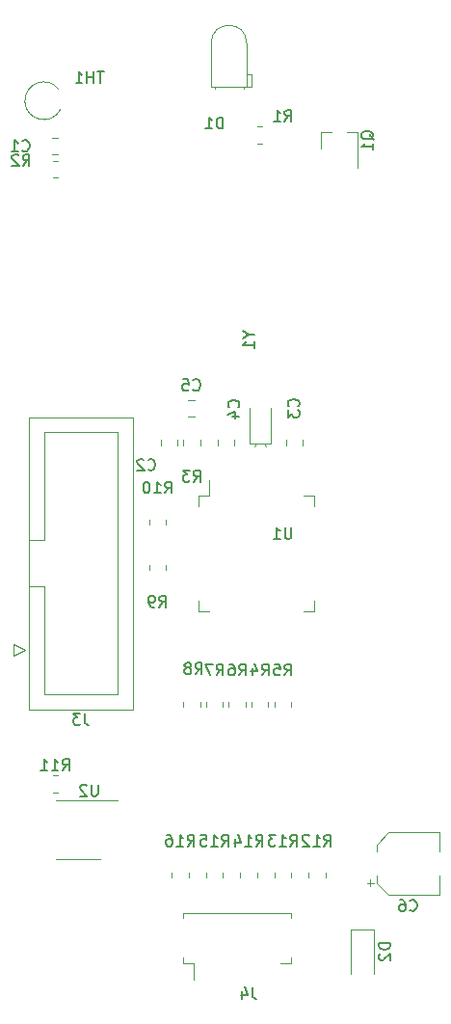
<source format=gbr>
%TF.GenerationSoftware,KiCad,Pcbnew,(6.0.2)*%
%TF.CreationDate,2022-06-02T11:54:08+02:00*%
%TF.ProjectId,Ctrl_AA,4374726c-5f41-4412-9e6b-696361645f70,rev?*%
%TF.SameCoordinates,Original*%
%TF.FileFunction,Legend,Bot*%
%TF.FilePolarity,Positive*%
%FSLAX46Y46*%
G04 Gerber Fmt 4.6, Leading zero omitted, Abs format (unit mm)*
G04 Created by KiCad (PCBNEW (6.0.2)) date 2022-06-02 11:54:08*
%MOMM*%
%LPD*%
G01*
G04 APERTURE LIST*
%ADD10C,0.150000*%
%ADD11C,0.120000*%
G04 APERTURE END LIST*
D10*
%TO.C,R16*%
X106642857Y-108452380D02*
X106976190Y-107976190D01*
X107214285Y-108452380D02*
X107214285Y-107452380D01*
X106833333Y-107452380D01*
X106738095Y-107500000D01*
X106690476Y-107547619D01*
X106642857Y-107642857D01*
X106642857Y-107785714D01*
X106690476Y-107880952D01*
X106738095Y-107928571D01*
X106833333Y-107976190D01*
X107214285Y-107976190D01*
X105690476Y-108452380D02*
X106261904Y-108452380D01*
X105976190Y-108452380D02*
X105976190Y-107452380D01*
X106071428Y-107595238D01*
X106166666Y-107690476D01*
X106261904Y-107738095D01*
X104833333Y-107452380D02*
X105023809Y-107452380D01*
X105119047Y-107500000D01*
X105166666Y-107547619D01*
X105261904Y-107690476D01*
X105309523Y-107880952D01*
X105309523Y-108261904D01*
X105261904Y-108357142D01*
X105214285Y-108404761D01*
X105119047Y-108452380D01*
X104928571Y-108452380D01*
X104833333Y-108404761D01*
X104785714Y-108357142D01*
X104738095Y-108261904D01*
X104738095Y-108023809D01*
X104785714Y-107928571D01*
X104833333Y-107880952D01*
X104928571Y-107833333D01*
X105119047Y-107833333D01*
X105214285Y-107880952D01*
X105261904Y-107928571D01*
X105309523Y-108023809D01*
%TO.C,C2*%
X103166666Y-75357142D02*
X103214285Y-75404761D01*
X103357142Y-75452380D01*
X103452380Y-75452380D01*
X103595238Y-75404761D01*
X103690476Y-75309523D01*
X103738095Y-75214285D01*
X103785714Y-75023809D01*
X103785714Y-74880952D01*
X103738095Y-74690476D01*
X103690476Y-74595238D01*
X103595238Y-74500000D01*
X103452380Y-74452380D01*
X103357142Y-74452380D01*
X103214285Y-74500000D01*
X103166666Y-74547619D01*
X102785714Y-74547619D02*
X102738095Y-74500000D01*
X102642857Y-74452380D01*
X102404761Y-74452380D01*
X102309523Y-74500000D01*
X102261904Y-74547619D01*
X102214285Y-74642857D01*
X102214285Y-74738095D01*
X102261904Y-74880952D01*
X102833333Y-75452380D01*
X102214285Y-75452380D01*
%TO.C,J3*%
X97603333Y-96792380D02*
X97603333Y-97506666D01*
X97650952Y-97649523D01*
X97746190Y-97744761D01*
X97889047Y-97792380D01*
X97984285Y-97792380D01*
X97222380Y-96792380D02*
X96603333Y-96792380D01*
X96936666Y-97173333D01*
X96793809Y-97173333D01*
X96698571Y-97220952D01*
X96650952Y-97268571D01*
X96603333Y-97363809D01*
X96603333Y-97601904D01*
X96650952Y-97697142D01*
X96698571Y-97744761D01*
X96793809Y-97792380D01*
X97079523Y-97792380D01*
X97174761Y-97744761D01*
X97222380Y-97697142D01*
%TO.C,R12*%
X118642857Y-108452380D02*
X118976190Y-107976190D01*
X119214285Y-108452380D02*
X119214285Y-107452380D01*
X118833333Y-107452380D01*
X118738095Y-107500000D01*
X118690476Y-107547619D01*
X118642857Y-107642857D01*
X118642857Y-107785714D01*
X118690476Y-107880952D01*
X118738095Y-107928571D01*
X118833333Y-107976190D01*
X119214285Y-107976190D01*
X117690476Y-108452380D02*
X118261904Y-108452380D01*
X117976190Y-108452380D02*
X117976190Y-107452380D01*
X118071428Y-107595238D01*
X118166666Y-107690476D01*
X118261904Y-107738095D01*
X117309523Y-107547619D02*
X117261904Y-107500000D01*
X117166666Y-107452380D01*
X116928571Y-107452380D01*
X116833333Y-107500000D01*
X116785714Y-107547619D01*
X116738095Y-107642857D01*
X116738095Y-107738095D01*
X116785714Y-107880952D01*
X117357142Y-108452380D01*
X116738095Y-108452380D01*
%TO.C,D2*%
X124452380Y-116961904D02*
X123452380Y-116961904D01*
X123452380Y-117200000D01*
X123500000Y-117342857D01*
X123595238Y-117438095D01*
X123690476Y-117485714D01*
X123880952Y-117533333D01*
X124023809Y-117533333D01*
X124214285Y-117485714D01*
X124309523Y-117438095D01*
X124404761Y-117342857D01*
X124452380Y-117200000D01*
X124452380Y-116961904D01*
X123547619Y-117914285D02*
X123500000Y-117961904D01*
X123452380Y-118057142D01*
X123452380Y-118295238D01*
X123500000Y-118390476D01*
X123547619Y-118438095D01*
X123642857Y-118485714D01*
X123738095Y-118485714D01*
X123880952Y-118438095D01*
X124452380Y-117866666D01*
X124452380Y-118485714D01*
%TO.C,TH1*%
X99285714Y-40452380D02*
X98714285Y-40452380D01*
X99000000Y-41452380D02*
X99000000Y-40452380D01*
X98380952Y-41452380D02*
X98380952Y-40452380D01*
X98380952Y-40928571D02*
X97809523Y-40928571D01*
X97809523Y-41452380D02*
X97809523Y-40452380D01*
X96809523Y-41452380D02*
X97380952Y-41452380D01*
X97095238Y-41452380D02*
X97095238Y-40452380D01*
X97190476Y-40595238D01*
X97285714Y-40690476D01*
X97380952Y-40738095D01*
%TO.C,C5*%
X107129166Y-68357142D02*
X107176785Y-68404761D01*
X107319642Y-68452380D01*
X107414880Y-68452380D01*
X107557738Y-68404761D01*
X107652976Y-68309523D01*
X107700595Y-68214285D01*
X107748214Y-68023809D01*
X107748214Y-67880952D01*
X107700595Y-67690476D01*
X107652976Y-67595238D01*
X107557738Y-67500000D01*
X107414880Y-67452380D01*
X107319642Y-67452380D01*
X107176785Y-67500000D01*
X107129166Y-67547619D01*
X106224404Y-67452380D02*
X106700595Y-67452380D01*
X106748214Y-67928571D01*
X106700595Y-67880952D01*
X106605357Y-67833333D01*
X106367261Y-67833333D01*
X106272023Y-67880952D01*
X106224404Y-67928571D01*
X106176785Y-68023809D01*
X106176785Y-68261904D01*
X106224404Y-68357142D01*
X106272023Y-68404761D01*
X106367261Y-68452380D01*
X106605357Y-68452380D01*
X106700595Y-68404761D01*
X106748214Y-68357142D01*
%TO.C,R14*%
X112642857Y-108452380D02*
X112976190Y-107976190D01*
X113214285Y-108452380D02*
X113214285Y-107452380D01*
X112833333Y-107452380D01*
X112738095Y-107500000D01*
X112690476Y-107547619D01*
X112642857Y-107642857D01*
X112642857Y-107785714D01*
X112690476Y-107880952D01*
X112738095Y-107928571D01*
X112833333Y-107976190D01*
X113214285Y-107976190D01*
X111690476Y-108452380D02*
X112261904Y-108452380D01*
X111976190Y-108452380D02*
X111976190Y-107452380D01*
X112071428Y-107595238D01*
X112166666Y-107690476D01*
X112261904Y-107738095D01*
X110833333Y-107785714D02*
X110833333Y-108452380D01*
X111071428Y-107404761D02*
X111309523Y-108119047D01*
X110690476Y-108119047D01*
%TO.C,R15*%
X109642857Y-108452380D02*
X109976190Y-107976190D01*
X110214285Y-108452380D02*
X110214285Y-107452380D01*
X109833333Y-107452380D01*
X109738095Y-107500000D01*
X109690476Y-107547619D01*
X109642857Y-107642857D01*
X109642857Y-107785714D01*
X109690476Y-107880952D01*
X109738095Y-107928571D01*
X109833333Y-107976190D01*
X110214285Y-107976190D01*
X108690476Y-108452380D02*
X109261904Y-108452380D01*
X108976190Y-108452380D02*
X108976190Y-107452380D01*
X109071428Y-107595238D01*
X109166666Y-107690476D01*
X109261904Y-107738095D01*
X107785714Y-107452380D02*
X108261904Y-107452380D01*
X108309523Y-107928571D01*
X108261904Y-107880952D01*
X108166666Y-107833333D01*
X107928571Y-107833333D01*
X107833333Y-107880952D01*
X107785714Y-107928571D01*
X107738095Y-108023809D01*
X107738095Y-108261904D01*
X107785714Y-108357142D01*
X107833333Y-108404761D01*
X107928571Y-108452380D01*
X108166666Y-108452380D01*
X108261904Y-108404761D01*
X108309523Y-108357142D01*
%TO.C,D1*%
X109738095Y-45452380D02*
X109738095Y-44452380D01*
X109500000Y-44452380D01*
X109357142Y-44500000D01*
X109261904Y-44595238D01*
X109214285Y-44690476D01*
X109166666Y-44880952D01*
X109166666Y-45023809D01*
X109214285Y-45214285D01*
X109261904Y-45309523D01*
X109357142Y-45404761D01*
X109500000Y-45452380D01*
X109738095Y-45452380D01*
X108214285Y-45452380D02*
X108785714Y-45452380D01*
X108500000Y-45452380D02*
X108500000Y-44452380D01*
X108595238Y-44595238D01*
X108690476Y-44690476D01*
X108785714Y-44738095D01*
%TO.C,Y1*%
X112026190Y-63523809D02*
X112502380Y-63523809D01*
X111502380Y-63190476D02*
X112026190Y-63523809D01*
X111502380Y-63857142D01*
X112502380Y-64714285D02*
X112502380Y-64142857D01*
X112502380Y-64428571D02*
X111502380Y-64428571D01*
X111645238Y-64333333D01*
X111740476Y-64238095D01*
X111788095Y-64142857D01*
%TO.C,R2*%
X92166666Y-48717380D02*
X92500000Y-48241190D01*
X92738095Y-48717380D02*
X92738095Y-47717380D01*
X92357142Y-47717380D01*
X92261904Y-47765000D01*
X92214285Y-47812619D01*
X92166666Y-47907857D01*
X92166666Y-48050714D01*
X92214285Y-48145952D01*
X92261904Y-48193571D01*
X92357142Y-48241190D01*
X92738095Y-48241190D01*
X91785714Y-47812619D02*
X91738095Y-47765000D01*
X91642857Y-47717380D01*
X91404761Y-47717380D01*
X91309523Y-47765000D01*
X91261904Y-47812619D01*
X91214285Y-47907857D01*
X91214285Y-48003095D01*
X91261904Y-48145952D01*
X91833333Y-48717380D01*
X91214285Y-48717380D01*
%TO.C,C1*%
X92129166Y-47357142D02*
X92176785Y-47404761D01*
X92319642Y-47452380D01*
X92414880Y-47452380D01*
X92557738Y-47404761D01*
X92652976Y-47309523D01*
X92700595Y-47214285D01*
X92748214Y-47023809D01*
X92748214Y-46880952D01*
X92700595Y-46690476D01*
X92652976Y-46595238D01*
X92557738Y-46500000D01*
X92414880Y-46452380D01*
X92319642Y-46452380D01*
X92176785Y-46500000D01*
X92129166Y-46547619D01*
X91176785Y-47452380D02*
X91748214Y-47452380D01*
X91462500Y-47452380D02*
X91462500Y-46452380D01*
X91557738Y-46595238D01*
X91652976Y-46690476D01*
X91748214Y-46738095D01*
%TO.C,U2*%
X98761904Y-103052380D02*
X98761904Y-103861904D01*
X98714285Y-103957142D01*
X98666666Y-104004761D01*
X98571428Y-104052380D01*
X98380952Y-104052380D01*
X98285714Y-104004761D01*
X98238095Y-103957142D01*
X98190476Y-103861904D01*
X98190476Y-103052380D01*
X97761904Y-103147619D02*
X97714285Y-103100000D01*
X97619047Y-103052380D01*
X97380952Y-103052380D01*
X97285714Y-103100000D01*
X97238095Y-103147619D01*
X97190476Y-103242857D01*
X97190476Y-103338095D01*
X97238095Y-103480952D01*
X97809523Y-104052380D01*
X97190476Y-104052380D01*
%TO.C,R3*%
X107166666Y-76452380D02*
X107500000Y-75976190D01*
X107738095Y-76452380D02*
X107738095Y-75452380D01*
X107357142Y-75452380D01*
X107261904Y-75500000D01*
X107214285Y-75547619D01*
X107166666Y-75642857D01*
X107166666Y-75785714D01*
X107214285Y-75880952D01*
X107261904Y-75928571D01*
X107357142Y-75976190D01*
X107738095Y-75976190D01*
X106833333Y-75452380D02*
X106214285Y-75452380D01*
X106547619Y-75833333D01*
X106404761Y-75833333D01*
X106309523Y-75880952D01*
X106261904Y-75928571D01*
X106214285Y-76023809D01*
X106214285Y-76261904D01*
X106261904Y-76357142D01*
X106309523Y-76404761D01*
X106404761Y-76452380D01*
X106690476Y-76452380D01*
X106785714Y-76404761D01*
X106833333Y-76357142D01*
%TO.C,C3*%
X116357142Y-69833333D02*
X116404761Y-69785714D01*
X116452380Y-69642857D01*
X116452380Y-69547619D01*
X116404761Y-69404761D01*
X116309523Y-69309523D01*
X116214285Y-69261904D01*
X116023809Y-69214285D01*
X115880952Y-69214285D01*
X115690476Y-69261904D01*
X115595238Y-69309523D01*
X115500000Y-69404761D01*
X115452380Y-69547619D01*
X115452380Y-69642857D01*
X115500000Y-69785714D01*
X115547619Y-69833333D01*
X115452380Y-70166666D02*
X115452380Y-70785714D01*
X115833333Y-70452380D01*
X115833333Y-70595238D01*
X115880952Y-70690476D01*
X115928571Y-70738095D01*
X116023809Y-70785714D01*
X116261904Y-70785714D01*
X116357142Y-70738095D01*
X116404761Y-70690476D01*
X116452380Y-70595238D01*
X116452380Y-70309523D01*
X116404761Y-70214285D01*
X116357142Y-70166666D01*
%TO.C,R7*%
X109166666Y-93452380D02*
X109500000Y-92976190D01*
X109738095Y-93452380D02*
X109738095Y-92452380D01*
X109357142Y-92452380D01*
X109261904Y-92500000D01*
X109214285Y-92547619D01*
X109166666Y-92642857D01*
X109166666Y-92785714D01*
X109214285Y-92880952D01*
X109261904Y-92928571D01*
X109357142Y-92976190D01*
X109738095Y-92976190D01*
X108833333Y-92452380D02*
X108166666Y-92452380D01*
X108595238Y-93452380D01*
%TO.C,R10*%
X104642857Y-77452380D02*
X104976190Y-76976190D01*
X105214285Y-77452380D02*
X105214285Y-76452380D01*
X104833333Y-76452380D01*
X104738095Y-76500000D01*
X104690476Y-76547619D01*
X104642857Y-76642857D01*
X104642857Y-76785714D01*
X104690476Y-76880952D01*
X104738095Y-76928571D01*
X104833333Y-76976190D01*
X105214285Y-76976190D01*
X103690476Y-77452380D02*
X104261904Y-77452380D01*
X103976190Y-77452380D02*
X103976190Y-76452380D01*
X104071428Y-76595238D01*
X104166666Y-76690476D01*
X104261904Y-76738095D01*
X103071428Y-76452380D02*
X102976190Y-76452380D01*
X102880952Y-76500000D01*
X102833333Y-76547619D01*
X102785714Y-76642857D01*
X102738095Y-76833333D01*
X102738095Y-77071428D01*
X102785714Y-77261904D01*
X102833333Y-77357142D01*
X102880952Y-77404761D01*
X102976190Y-77452380D01*
X103071428Y-77452380D01*
X103166666Y-77404761D01*
X103214285Y-77357142D01*
X103261904Y-77261904D01*
X103309523Y-77071428D01*
X103309523Y-76833333D01*
X103261904Y-76642857D01*
X103214285Y-76547619D01*
X103166666Y-76500000D01*
X103071428Y-76452380D01*
%TO.C,Q1*%
X122997619Y-46404761D02*
X122950000Y-46309523D01*
X122854761Y-46214285D01*
X122711904Y-46071428D01*
X122664285Y-45976190D01*
X122664285Y-45880952D01*
X122902380Y-45928571D02*
X122854761Y-45833333D01*
X122759523Y-45738095D01*
X122569047Y-45690476D01*
X122235714Y-45690476D01*
X122045238Y-45738095D01*
X121950000Y-45833333D01*
X121902380Y-45928571D01*
X121902380Y-46119047D01*
X121950000Y-46214285D01*
X122045238Y-46309523D01*
X122235714Y-46357142D01*
X122569047Y-46357142D01*
X122759523Y-46309523D01*
X122854761Y-46214285D01*
X122902380Y-46119047D01*
X122902380Y-45928571D01*
X122902380Y-47309523D02*
X122902380Y-46738095D01*
X122902380Y-47023809D02*
X121902380Y-47023809D01*
X122045238Y-46928571D01*
X122140476Y-46833333D01*
X122188095Y-46738095D01*
%TO.C,U1*%
X115761904Y-80452380D02*
X115761904Y-81261904D01*
X115714285Y-81357142D01*
X115666666Y-81404761D01*
X115571428Y-81452380D01*
X115380952Y-81452380D01*
X115285714Y-81404761D01*
X115238095Y-81357142D01*
X115190476Y-81261904D01*
X115190476Y-80452380D01*
X114190476Y-81452380D02*
X114761904Y-81452380D01*
X114476190Y-81452380D02*
X114476190Y-80452380D01*
X114571428Y-80595238D01*
X114666666Y-80690476D01*
X114761904Y-80738095D01*
%TO.C,R4*%
X113166666Y-93452380D02*
X113500000Y-92976190D01*
X113738095Y-93452380D02*
X113738095Y-92452380D01*
X113357142Y-92452380D01*
X113261904Y-92500000D01*
X113214285Y-92547619D01*
X113166666Y-92642857D01*
X113166666Y-92785714D01*
X113214285Y-92880952D01*
X113261904Y-92928571D01*
X113357142Y-92976190D01*
X113738095Y-92976190D01*
X112309523Y-92785714D02*
X112309523Y-93452380D01*
X112547619Y-92404761D02*
X112785714Y-93119047D01*
X112166666Y-93119047D01*
%TO.C,R1*%
X115166666Y-44802380D02*
X115500000Y-44326190D01*
X115738095Y-44802380D02*
X115738095Y-43802380D01*
X115357142Y-43802380D01*
X115261904Y-43850000D01*
X115214285Y-43897619D01*
X115166666Y-43992857D01*
X115166666Y-44135714D01*
X115214285Y-44230952D01*
X115261904Y-44278571D01*
X115357142Y-44326190D01*
X115738095Y-44326190D01*
X114214285Y-44802380D02*
X114785714Y-44802380D01*
X114500000Y-44802380D02*
X114500000Y-43802380D01*
X114595238Y-43945238D01*
X114690476Y-44040476D01*
X114785714Y-44088095D01*
%TO.C,C4*%
X111092142Y-69908333D02*
X111139761Y-69860714D01*
X111187380Y-69717857D01*
X111187380Y-69622619D01*
X111139761Y-69479761D01*
X111044523Y-69384523D01*
X110949285Y-69336904D01*
X110758809Y-69289285D01*
X110615952Y-69289285D01*
X110425476Y-69336904D01*
X110330238Y-69384523D01*
X110235000Y-69479761D01*
X110187380Y-69622619D01*
X110187380Y-69717857D01*
X110235000Y-69860714D01*
X110282619Y-69908333D01*
X110520714Y-70765476D02*
X111187380Y-70765476D01*
X110139761Y-70527380D02*
X110854047Y-70289285D01*
X110854047Y-70908333D01*
%TO.C,R13*%
X115642857Y-108452380D02*
X115976190Y-107976190D01*
X116214285Y-108452380D02*
X116214285Y-107452380D01*
X115833333Y-107452380D01*
X115738095Y-107500000D01*
X115690476Y-107547619D01*
X115642857Y-107642857D01*
X115642857Y-107785714D01*
X115690476Y-107880952D01*
X115738095Y-107928571D01*
X115833333Y-107976190D01*
X116214285Y-107976190D01*
X114690476Y-108452380D02*
X115261904Y-108452380D01*
X114976190Y-108452380D02*
X114976190Y-107452380D01*
X115071428Y-107595238D01*
X115166666Y-107690476D01*
X115261904Y-107738095D01*
X114357142Y-107452380D02*
X113738095Y-107452380D01*
X114071428Y-107833333D01*
X113928571Y-107833333D01*
X113833333Y-107880952D01*
X113785714Y-107928571D01*
X113738095Y-108023809D01*
X113738095Y-108261904D01*
X113785714Y-108357142D01*
X113833333Y-108404761D01*
X113928571Y-108452380D01*
X114214285Y-108452380D01*
X114309523Y-108404761D01*
X114357142Y-108357142D01*
%TO.C,R9*%
X104166666Y-87452380D02*
X104500000Y-86976190D01*
X104738095Y-87452380D02*
X104738095Y-86452380D01*
X104357142Y-86452380D01*
X104261904Y-86500000D01*
X104214285Y-86547619D01*
X104166666Y-86642857D01*
X104166666Y-86785714D01*
X104214285Y-86880952D01*
X104261904Y-86928571D01*
X104357142Y-86976190D01*
X104738095Y-86976190D01*
X103690476Y-87452380D02*
X103500000Y-87452380D01*
X103404761Y-87404761D01*
X103357142Y-87357142D01*
X103261904Y-87214285D01*
X103214285Y-87023809D01*
X103214285Y-86642857D01*
X103261904Y-86547619D01*
X103309523Y-86500000D01*
X103404761Y-86452380D01*
X103595238Y-86452380D01*
X103690476Y-86500000D01*
X103738095Y-86547619D01*
X103785714Y-86642857D01*
X103785714Y-86880952D01*
X103738095Y-86976190D01*
X103690476Y-87023809D01*
X103595238Y-87071428D01*
X103404761Y-87071428D01*
X103309523Y-87023809D01*
X103261904Y-86976190D01*
X103214285Y-86880952D01*
%TO.C,J4*%
X112333333Y-120852380D02*
X112333333Y-121566666D01*
X112380952Y-121709523D01*
X112476190Y-121804761D01*
X112619047Y-121852380D01*
X112714285Y-121852380D01*
X111428571Y-121185714D02*
X111428571Y-121852380D01*
X111666666Y-120804761D02*
X111904761Y-121519047D01*
X111285714Y-121519047D01*
%TO.C,R8*%
X107316666Y-93352380D02*
X107650000Y-92876190D01*
X107888095Y-93352380D02*
X107888095Y-92352380D01*
X107507142Y-92352380D01*
X107411904Y-92400000D01*
X107364285Y-92447619D01*
X107316666Y-92542857D01*
X107316666Y-92685714D01*
X107364285Y-92780952D01*
X107411904Y-92828571D01*
X107507142Y-92876190D01*
X107888095Y-92876190D01*
X106745238Y-92780952D02*
X106840476Y-92733333D01*
X106888095Y-92685714D01*
X106935714Y-92590476D01*
X106935714Y-92542857D01*
X106888095Y-92447619D01*
X106840476Y-92400000D01*
X106745238Y-92352380D01*
X106554761Y-92352380D01*
X106459523Y-92400000D01*
X106411904Y-92447619D01*
X106364285Y-92542857D01*
X106364285Y-92590476D01*
X106411904Y-92685714D01*
X106459523Y-92733333D01*
X106554761Y-92780952D01*
X106745238Y-92780952D01*
X106840476Y-92828571D01*
X106888095Y-92876190D01*
X106935714Y-92971428D01*
X106935714Y-93161904D01*
X106888095Y-93257142D01*
X106840476Y-93304761D01*
X106745238Y-93352380D01*
X106554761Y-93352380D01*
X106459523Y-93304761D01*
X106411904Y-93257142D01*
X106364285Y-93161904D01*
X106364285Y-92971428D01*
X106411904Y-92876190D01*
X106459523Y-92828571D01*
X106554761Y-92780952D01*
%TO.C,R11*%
X95642857Y-101802380D02*
X95976190Y-101326190D01*
X96214285Y-101802380D02*
X96214285Y-100802380D01*
X95833333Y-100802380D01*
X95738095Y-100850000D01*
X95690476Y-100897619D01*
X95642857Y-100992857D01*
X95642857Y-101135714D01*
X95690476Y-101230952D01*
X95738095Y-101278571D01*
X95833333Y-101326190D01*
X96214285Y-101326190D01*
X94690476Y-101802380D02*
X95261904Y-101802380D01*
X94976190Y-101802380D02*
X94976190Y-100802380D01*
X95071428Y-100945238D01*
X95166666Y-101040476D01*
X95261904Y-101088095D01*
X93738095Y-101802380D02*
X94309523Y-101802380D01*
X94023809Y-101802380D02*
X94023809Y-100802380D01*
X94119047Y-100945238D01*
X94214285Y-101040476D01*
X94309523Y-101088095D01*
%TO.C,R5*%
X115166666Y-93452380D02*
X115500000Y-92976190D01*
X115738095Y-93452380D02*
X115738095Y-92452380D01*
X115357142Y-92452380D01*
X115261904Y-92500000D01*
X115214285Y-92547619D01*
X115166666Y-92642857D01*
X115166666Y-92785714D01*
X115214285Y-92880952D01*
X115261904Y-92928571D01*
X115357142Y-92976190D01*
X115738095Y-92976190D01*
X114261904Y-92452380D02*
X114738095Y-92452380D01*
X114785714Y-92928571D01*
X114738095Y-92880952D01*
X114642857Y-92833333D01*
X114404761Y-92833333D01*
X114309523Y-92880952D01*
X114261904Y-92928571D01*
X114214285Y-93023809D01*
X114214285Y-93261904D01*
X114261904Y-93357142D01*
X114309523Y-93404761D01*
X114404761Y-93452380D01*
X114642857Y-93452380D01*
X114738095Y-93404761D01*
X114785714Y-93357142D01*
%TO.C,R6*%
X111166666Y-93452380D02*
X111500000Y-92976190D01*
X111738095Y-93452380D02*
X111738095Y-92452380D01*
X111357142Y-92452380D01*
X111261904Y-92500000D01*
X111214285Y-92547619D01*
X111166666Y-92642857D01*
X111166666Y-92785714D01*
X111214285Y-92880952D01*
X111261904Y-92928571D01*
X111357142Y-92976190D01*
X111738095Y-92976190D01*
X110309523Y-92452380D02*
X110500000Y-92452380D01*
X110595238Y-92500000D01*
X110642857Y-92547619D01*
X110738095Y-92690476D01*
X110785714Y-92880952D01*
X110785714Y-93261904D01*
X110738095Y-93357142D01*
X110690476Y-93404761D01*
X110595238Y-93452380D01*
X110404761Y-93452380D01*
X110309523Y-93404761D01*
X110261904Y-93357142D01*
X110214285Y-93261904D01*
X110214285Y-93023809D01*
X110261904Y-92928571D01*
X110309523Y-92880952D01*
X110404761Y-92833333D01*
X110595238Y-92833333D01*
X110690476Y-92880952D01*
X110738095Y-92928571D01*
X110785714Y-93023809D01*
%TO.C,C6*%
X126166666Y-114057142D02*
X126214285Y-114104761D01*
X126357142Y-114152380D01*
X126452380Y-114152380D01*
X126595238Y-114104761D01*
X126690476Y-114009523D01*
X126738095Y-113914285D01*
X126785714Y-113723809D01*
X126785714Y-113580952D01*
X126738095Y-113390476D01*
X126690476Y-113295238D01*
X126595238Y-113200000D01*
X126452380Y-113152380D01*
X126357142Y-113152380D01*
X126214285Y-113200000D01*
X126166666Y-113247619D01*
X125309523Y-113152380D02*
X125500000Y-113152380D01*
X125595238Y-113200000D01*
X125642857Y-113247619D01*
X125738095Y-113390476D01*
X125785714Y-113580952D01*
X125785714Y-113961904D01*
X125738095Y-114057142D01*
X125690476Y-114104761D01*
X125595238Y-114152380D01*
X125404761Y-114152380D01*
X125309523Y-114104761D01*
X125261904Y-114057142D01*
X125214285Y-113961904D01*
X125214285Y-113723809D01*
X125261904Y-113628571D01*
X125309523Y-113580952D01*
X125404761Y-113533333D01*
X125595238Y-113533333D01*
X125690476Y-113580952D01*
X125738095Y-113628571D01*
X125785714Y-113723809D01*
D11*
%TO.C,R16*%
X105265000Y-111227064D02*
X105265000Y-110772936D01*
X106735000Y-111227064D02*
X106735000Y-110772936D01*
%TO.C,C2*%
X105735000Y-73261252D02*
X105735000Y-72738748D01*
X104265000Y-73261252D02*
X104265000Y-72738748D01*
%TO.C,J3*%
X92320000Y-91240000D02*
X91320000Y-91740000D01*
X94020000Y-85670000D02*
X94020000Y-95150000D01*
X94020000Y-95150000D02*
X100520000Y-95150000D01*
X101830000Y-96450000D02*
X101830000Y-70790000D01*
X91320000Y-90740000D02*
X92320000Y-91240000D01*
X94020000Y-81570000D02*
X94020000Y-81570000D01*
X91320000Y-91740000D02*
X91320000Y-90740000D01*
X101830000Y-70790000D02*
X92710000Y-70790000D01*
X92710000Y-85670000D02*
X94020000Y-85670000D01*
X100520000Y-95150000D02*
X100520000Y-72090000D01*
X94020000Y-72090000D02*
X94020000Y-81570000D01*
X92710000Y-96450000D02*
X101830000Y-96450000D01*
X92710000Y-70790000D02*
X92710000Y-96450000D01*
X100520000Y-72090000D02*
X94020000Y-72090000D01*
X94020000Y-81570000D02*
X92710000Y-81570000D01*
%TO.C,R12*%
X118735000Y-111227064D02*
X118735000Y-110772936D01*
X117265000Y-111227064D02*
X117265000Y-110772936D01*
%TO.C,D2*%
X121000000Y-115750000D02*
X121000000Y-119650000D01*
X123000000Y-115750000D02*
X123000000Y-119650000D01*
X121000000Y-115750000D02*
X123000000Y-115750000D01*
%TO.C,TH1*%
X95344775Y-42028620D02*
G75*
G03*
X95453272Y-43800000I-1344775J-971380D01*
G01*
%TO.C,C5*%
X107223752Y-70735000D02*
X106701248Y-70735000D01*
X107223752Y-69265000D02*
X106701248Y-69265000D01*
%TO.C,R14*%
X112735000Y-111227064D02*
X112735000Y-110772936D01*
X111265000Y-111227064D02*
X111265000Y-110772936D01*
%TO.C,R15*%
X109735000Y-111227064D02*
X109735000Y-110772936D01*
X108265000Y-111227064D02*
X108265000Y-110772936D01*
%TO.C,D1*%
X111540000Y-41790000D02*
X111540000Y-41920000D01*
X108710000Y-41790000D02*
X111830000Y-41790000D01*
X111540000Y-41920000D02*
X111540000Y-41920000D01*
X111830000Y-41790000D02*
X112230000Y-41790000D01*
X111540000Y-41790000D02*
X111540000Y-41790000D01*
X111540000Y-41920000D02*
X111540000Y-41790000D01*
X108710000Y-41790000D02*
X108710000Y-37930000D01*
X112230000Y-41790000D02*
X112230000Y-40670000D01*
X111830000Y-41790000D02*
X111830000Y-37930000D01*
X109000000Y-41920000D02*
X109000000Y-41790000D01*
X109000000Y-41790000D02*
X109000000Y-41790000D01*
X111830000Y-40670000D02*
X111830000Y-41790000D01*
X109000000Y-41790000D02*
X109000000Y-41920000D01*
X109000000Y-41920000D02*
X109000000Y-41920000D01*
X112230000Y-40670000D02*
X111830000Y-40670000D01*
X111830000Y-37930000D02*
G75*
G03*
X108710000Y-37930000I-1560000J0D01*
G01*
%TO.C,Y1*%
X113500000Y-73375000D02*
X113500000Y-73375000D01*
X112050000Y-73125000D02*
X113950000Y-73125000D01*
X112050000Y-69925000D02*
X112050000Y-73125000D01*
X113950000Y-73125000D02*
X113950000Y-69925000D01*
X112500000Y-73375000D02*
X112500000Y-73375000D01*
X112650000Y-73125000D02*
X112500000Y-73375000D01*
X113350000Y-73125000D02*
X113500000Y-73375000D01*
%TO.C,R2*%
X94772936Y-48265000D02*
X95227064Y-48265000D01*
X94772936Y-49735000D02*
X95227064Y-49735000D01*
%TO.C,C1*%
X94738748Y-46265000D02*
X95261252Y-46265000D01*
X94738748Y-47735000D02*
X95261252Y-47735000D01*
%TO.C,U2*%
X97000000Y-109560000D02*
X95050000Y-109560000D01*
X97000000Y-104440000D02*
X100450000Y-104440000D01*
X97000000Y-104440000D02*
X95050000Y-104440000D01*
X97000000Y-109560000D02*
X98950000Y-109560000D01*
%TO.C,R3*%
X107735000Y-72772936D02*
X107735000Y-73227064D01*
X106265000Y-72772936D02*
X106265000Y-73227064D01*
%TO.C,C3*%
X115265000Y-73261252D02*
X115265000Y-72738748D01*
X116735000Y-73261252D02*
X116735000Y-72738748D01*
%TO.C,R7*%
X109735000Y-95772936D02*
X109735000Y-96227064D01*
X108265000Y-95772936D02*
X108265000Y-96227064D01*
%TO.C,R10*%
X103265000Y-80227064D02*
X103265000Y-79772936D01*
X104735000Y-80227064D02*
X104735000Y-79772936D01*
%TO.C,Q1*%
X121530000Y-45740000D02*
X120600000Y-45740000D01*
X118370000Y-45740000D02*
X119300000Y-45740000D01*
X121530000Y-45740000D02*
X121530000Y-48900000D01*
X118370000Y-45740000D02*
X118370000Y-47200000D01*
%TO.C,U1*%
X107565000Y-78590000D02*
X107565000Y-77640000D01*
X107565000Y-86910000D02*
X107565000Y-87860000D01*
X108515000Y-77640000D02*
X108515000Y-76300000D01*
X117785000Y-86910000D02*
X117785000Y-87860000D01*
X107565000Y-77640000D02*
X108515000Y-77640000D01*
X117785000Y-78590000D02*
X117785000Y-77640000D01*
X117785000Y-87860000D02*
X116835000Y-87860000D01*
X107565000Y-87860000D02*
X108515000Y-87860000D01*
X117785000Y-77640000D02*
X116835000Y-77640000D01*
%TO.C,R4*%
X113735000Y-95772936D02*
X113735000Y-96227064D01*
X112265000Y-95772936D02*
X112265000Y-96227064D01*
%TO.C,R1*%
X113227064Y-46735000D02*
X112772936Y-46735000D01*
X113227064Y-45265000D02*
X112772936Y-45265000D01*
%TO.C,C4*%
X109265000Y-73298752D02*
X109265000Y-72776248D01*
X110735000Y-73298752D02*
X110735000Y-72776248D01*
%TO.C,R13*%
X114265000Y-111227064D02*
X114265000Y-110772936D01*
X115735000Y-111227064D02*
X115735000Y-110772936D01*
%TO.C,R9*%
X103265000Y-83772936D02*
X103265000Y-84227064D01*
X104735000Y-83772936D02*
X104735000Y-84227064D01*
%TO.C,J4*%
X106265000Y-118710000D02*
X107215000Y-118710000D01*
X106265000Y-114740000D02*
X106265000Y-114290000D01*
X115735000Y-118260000D02*
X115735000Y-118710000D01*
X115735000Y-118710000D02*
X114785000Y-118710000D01*
X115735000Y-114290000D02*
X115735000Y-114740000D01*
X107215000Y-118710000D02*
X107215000Y-120200000D01*
X106265000Y-118260000D02*
X106265000Y-118710000D01*
X106265000Y-114290000D02*
X115735000Y-114290000D01*
%TO.C,R8*%
X107735000Y-95772936D02*
X107735000Y-96227064D01*
X106265000Y-95772936D02*
X106265000Y-96227064D01*
%TO.C,R11*%
X95227064Y-103735000D02*
X94772936Y-103735000D01*
X95227064Y-102265000D02*
X94772936Y-102265000D01*
%TO.C,R5*%
X115735000Y-96227064D02*
X115735000Y-95772936D01*
X114265000Y-96227064D02*
X114265000Y-95772936D01*
%TO.C,R6*%
X111735000Y-95772936D02*
X111735000Y-96227064D01*
X110265000Y-95772936D02*
X110265000Y-96227064D01*
%TO.C,C6*%
X124304437Y-107240000D02*
X128760000Y-107240000D01*
X122375000Y-111685000D02*
X123000000Y-111685000D01*
X124304437Y-112760000D02*
X128760000Y-112760000D01*
X123240000Y-108304437D02*
X124304437Y-107240000D01*
X123240000Y-108304437D02*
X123240000Y-108940000D01*
X128760000Y-112760000D02*
X128760000Y-111060000D01*
X122687500Y-111997500D02*
X122687500Y-111372500D01*
X123240000Y-111695563D02*
X124304437Y-112760000D01*
X128760000Y-107240000D02*
X128760000Y-108940000D01*
X123240000Y-111695563D02*
X123240000Y-111060000D01*
%TD*%
M02*

</source>
